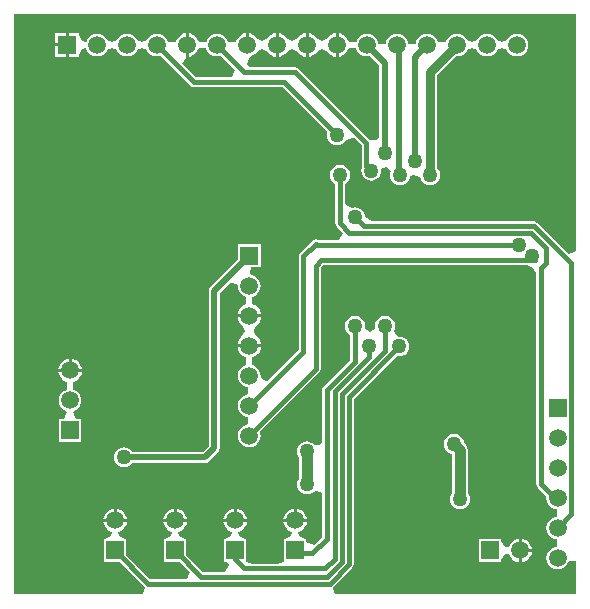
<source format=gbl>
G04 Layer_Physical_Order=2*
G04 Layer_Color=16711680*
%FSAX24Y24*%
%MOIN*%
G70*
G01*
G75*
%ADD10C,0.0100*%
%ADD11C,0.0150*%
%ADD26C,0.0200*%
%ADD28C,0.0300*%
%ADD29C,0.0350*%
%ADD30C,0.0591*%
%ADD31R,0.0591X0.0591*%
%ADD32R,0.0591X0.0591*%
%ADD33C,0.0500*%
G36*
X052867Y048990D02*
X052617Y048886D01*
X051572Y049932D01*
X051520Y049966D01*
X051460Y049978D01*
X046063D01*
X045833Y050107D01*
X045822Y050194D01*
X045788Y050274D01*
X045735Y050343D01*
X045666Y050396D01*
X045586Y050429D01*
X045500Y050440D01*
X045414Y050429D01*
X045408Y050427D01*
X045212Y050521D01*
X045158Y050576D01*
Y051223D01*
X045166Y051226D01*
X045235Y051279D01*
X045288Y051348D01*
X045322Y051428D01*
X045333Y051515D01*
X045322Y051601D01*
X045288Y051681D01*
X045235Y051750D01*
X045166Y051803D01*
X045086Y051836D01*
X045000Y051847D01*
X044914Y051836D01*
X044834Y051803D01*
X044765Y051750D01*
X044712Y051681D01*
X044678Y051601D01*
X044667Y051515D01*
X044678Y051428D01*
X044712Y051348D01*
X044765Y051279D01*
X044834Y051226D01*
X044842Y051223D01*
Y049900D01*
X044854Y049840D01*
X044888Y049788D01*
X045083Y049593D01*
X044980Y049343D01*
X044270D01*
X044250Y049356D01*
X044190Y049368D01*
X044130Y049356D01*
X044078Y049322D01*
X043668Y048912D01*
X043634Y048860D01*
X043622Y048800D01*
Y045697D01*
X042571Y044646D01*
X042458Y044686D01*
X042346Y044775D01*
X042353Y044826D01*
X042340Y044924D01*
X042302Y045015D01*
X042242Y045094D01*
X042163Y045154D01*
X042117Y045173D01*
X042072Y045192D01*
X042077Y045441D01*
X042173Y045481D01*
X042256Y045544D01*
X042319Y045627D01*
X042359Y045723D01*
X042366Y045776D01*
X041582D01*
X041589Y045723D01*
X041629Y045627D01*
X041692Y045544D01*
X041775Y045481D01*
X041832Y045457D01*
X041871Y045441D01*
X041876Y045192D01*
X041785Y045154D01*
X041706Y045094D01*
X041646Y045015D01*
X041608Y044924D01*
X041596Y044826D01*
X041608Y044728D01*
X041646Y044637D01*
X041706Y044558D01*
X041785Y044498D01*
X041876Y044460D01*
X041939Y044452D01*
Y044200D01*
X041876Y044192D01*
X041785Y044154D01*
X041706Y044094D01*
X041646Y044015D01*
X041608Y043924D01*
X041596Y043826D01*
X041608Y043728D01*
X041646Y043637D01*
X041706Y043558D01*
X041785Y043498D01*
X041876Y043460D01*
X041939Y043452D01*
Y043200D01*
X041876Y043192D01*
X041785Y043154D01*
X041706Y043094D01*
X041646Y043015D01*
X041608Y042924D01*
X041596Y042826D01*
X041608Y042728D01*
X041646Y042637D01*
X041706Y042558D01*
X041785Y042498D01*
X041876Y042460D01*
X041974Y042447D01*
X042072Y042460D01*
X042163Y042498D01*
X042242Y042558D01*
X042302Y042637D01*
X042340Y042728D01*
X042353Y042826D01*
X042340Y042924D01*
X042327Y042955D01*
X044312Y044940D01*
X044346Y044991D01*
X044358Y045052D01*
Y048425D01*
X044445Y048512D01*
X051233D01*
X051234Y048512D01*
X051314Y048478D01*
X051411Y048451D01*
X051542Y048244D01*
Y041200D01*
X051554Y041140D01*
X051588Y041088D01*
X051878Y040799D01*
X051871Y040750D01*
X051884Y040652D01*
X051922Y040561D01*
X051982Y040482D01*
X052061Y040422D01*
X052152Y040384D01*
X052215Y040376D01*
Y040124D01*
X052152Y040116D01*
X052061Y040078D01*
X051982Y040018D01*
X051922Y039939D01*
X051884Y039848D01*
X051871Y039750D01*
X051884Y039652D01*
X051922Y039561D01*
X051982Y039482D01*
X052061Y039422D01*
X052152Y039384D01*
X052215Y039376D01*
Y039124D01*
X052152Y039116D01*
X052061Y039078D01*
X051982Y039018D01*
X051922Y038939D01*
X051884Y038848D01*
X051871Y038750D01*
X051884Y038652D01*
X051922Y038561D01*
X051982Y038482D01*
X052061Y038422D01*
X052152Y038384D01*
X052250Y038371D01*
X052348Y038384D01*
X052439Y038422D01*
X052518Y038482D01*
X052578Y038561D01*
X052616Y038652D01*
X052617Y038666D01*
X052867Y038650D01*
Y037533D01*
X044835D01*
X044770Y037761D01*
X044770Y037783D01*
X045412Y038425D01*
X045446Y038476D01*
X045458Y038536D01*
Y044055D01*
X046885Y045482D01*
X046894Y045478D01*
X046980Y045467D01*
X047066Y045478D01*
X047146Y045512D01*
X047215Y045565D01*
X047268Y045634D01*
X047302Y045714D01*
X047313Y045800D01*
X047302Y045886D01*
X047268Y045966D01*
X047215Y046035D01*
X047146Y046088D01*
X047066Y046122D01*
X046980Y046133D01*
X046958Y046130D01*
X046837Y046265D01*
X046802Y046352D01*
X046822Y046399D01*
X046833Y046485D01*
X046822Y046572D01*
X046788Y046652D01*
X046735Y046721D01*
X046666Y046774D01*
X046586Y046807D01*
X046500Y046818D01*
X046414Y046807D01*
X046334Y046774D01*
X046265Y046721D01*
X046212Y046652D01*
X046178Y046572D01*
X046167Y046485D01*
X046175Y046422D01*
X046082Y046342D01*
X045994Y046289D01*
X045891Y046355D01*
X045823Y046410D01*
X045833Y046485D01*
X045822Y046572D01*
X045788Y046652D01*
X045735Y046721D01*
X045666Y046774D01*
X045586Y046807D01*
X045500Y046818D01*
X045414Y046807D01*
X045334Y046774D01*
X045265Y046721D01*
X045212Y046652D01*
X045178Y046572D01*
X045167Y046485D01*
X045178Y046399D01*
X045212Y046319D01*
X045265Y046250D01*
X045334Y046197D01*
X045342Y046194D01*
Y045361D01*
X044448Y044468D01*
X044414Y044416D01*
X044402Y044356D01*
Y042573D01*
X044303Y042525D01*
X044152Y042506D01*
X044129Y042535D01*
X044060Y042588D01*
X043980Y042622D01*
X043894Y042633D01*
X043808Y042622D01*
X043727Y042588D01*
X043658Y042535D01*
X043605Y042466D01*
X043572Y042386D01*
X043561Y042300D01*
X043572Y042214D01*
X043605Y042134D01*
X043634Y042097D01*
Y041395D01*
X043612Y041366D01*
X043578Y041286D01*
X043567Y041200D01*
X043578Y041114D01*
X043612Y041034D01*
X043665Y040965D01*
X043734Y040912D01*
X043814Y040878D01*
X043900Y040867D01*
X043986Y040878D01*
X044066Y040912D01*
X044135Y040965D01*
X044152Y040986D01*
X044348Y040949D01*
X044402Y040921D01*
Y039464D01*
X044125Y039188D01*
X043875Y039291D01*
Y039375D01*
X043829D01*
X043627Y039491D01*
X043603Y039615D01*
X043630Y039626D01*
X043699Y039655D01*
X043782Y039718D01*
X043845Y039801D01*
X043885Y039897D01*
X043892Y039950D01*
X043108D01*
X043115Y039897D01*
X043155Y039801D01*
X043218Y039718D01*
X043301Y039655D01*
X043370Y039626D01*
X043397Y039615D01*
X043373Y039491D01*
X043171Y039375D01*
X043125D01*
Y038625D01*
X042902Y038558D01*
X042098D01*
X041875Y038625D01*
Y039375D01*
X041829D01*
X041627Y039491D01*
X041603Y039615D01*
X041630Y039626D01*
X041699Y039655D01*
X041782Y039718D01*
X041845Y039801D01*
X041885Y039897D01*
X041892Y039950D01*
X041108D01*
X041115Y039897D01*
X041155Y039801D01*
X041218Y039718D01*
X041301Y039655D01*
X041370Y039626D01*
X041397Y039615D01*
X041373Y039491D01*
X041171Y039375D01*
X041125D01*
Y038625D01*
X041219D01*
X041287Y038528D01*
X041159Y038278D01*
X040445D01*
X039875Y038848D01*
Y039375D01*
X039829D01*
X039627Y039491D01*
X039603Y039615D01*
X039630Y039626D01*
X039699Y039655D01*
X039782Y039718D01*
X039845Y039801D01*
X039885Y039897D01*
X039892Y039950D01*
X039108D01*
X039115Y039897D01*
X039155Y039801D01*
X039218Y039718D01*
X039301Y039655D01*
X039370Y039626D01*
X039397Y039615D01*
X039373Y039491D01*
X039171Y039375D01*
X039125D01*
Y038625D01*
X039652D01*
X039997Y038279D01*
X039902Y038048D01*
X038675D01*
X037875Y038848D01*
Y039375D01*
X037829D01*
X037627Y039491D01*
X037603Y039615D01*
X037630Y039626D01*
X037699Y039655D01*
X037782Y039718D01*
X037845Y039801D01*
X037885Y039897D01*
X037892Y039950D01*
X037108D01*
X037115Y039897D01*
X037155Y039801D01*
X037218Y039718D01*
X037301Y039655D01*
X037370Y039626D01*
X037397Y039615D01*
X037373Y039491D01*
X037171Y039375D01*
X037125D01*
Y038625D01*
X037652D01*
X038494Y037783D01*
X038493Y037761D01*
X038429Y037533D01*
X034133D01*
Y056867D01*
X052867D01*
Y048990D01*
D02*
G37*
%LPC*%
G36*
X041450Y040392D02*
X041397Y040385D01*
X041301Y040345D01*
X041218Y040282D01*
X041155Y040199D01*
X041115Y040103D01*
X041108Y040050D01*
X041450D01*
Y040392D01*
D02*
G37*
G36*
X039550D02*
Y040050D01*
X039892D01*
X039885Y040103D01*
X039845Y040199D01*
X039782Y040282D01*
X039699Y040345D01*
X039603Y040385D01*
X039550Y040392D01*
D02*
G37*
G36*
X041550D02*
Y040050D01*
X041892D01*
X041885Y040103D01*
X041845Y040199D01*
X041782Y040282D01*
X041699Y040345D01*
X041603Y040385D01*
X041550Y040392D01*
D02*
G37*
G36*
X043550D02*
Y040050D01*
X043892D01*
X043885Y040103D01*
X043845Y040199D01*
X043782Y040282D01*
X043699Y040345D01*
X043603Y040385D01*
X043550Y040392D01*
D02*
G37*
G36*
X043450D02*
X043397Y040385D01*
X043301Y040345D01*
X043218Y040282D01*
X043155Y040199D01*
X043115Y040103D01*
X043108Y040050D01*
X043450D01*
Y040392D01*
D02*
G37*
G36*
X039450D02*
X039397Y040385D01*
X039301Y040345D01*
X039218Y040282D01*
X039155Y040199D01*
X039115Y040103D01*
X039108Y040050D01*
X039450D01*
Y040392D01*
D02*
G37*
G36*
X050950Y039392D02*
X050897Y039385D01*
X050801Y039345D01*
X050718Y039282D01*
X050655Y039199D01*
X050626Y039130D01*
X050615Y039103D01*
X050491Y039127D01*
X050375Y039329D01*
Y039375D01*
X049625D01*
Y038625D01*
X050375D01*
Y038671D01*
X050491Y038873D01*
X050615Y038897D01*
X050626Y038870D01*
X050655Y038801D01*
X050718Y038718D01*
X050801Y038655D01*
X050897Y038615D01*
X050950Y038608D01*
Y039000D01*
Y039392D01*
D02*
G37*
G36*
X051050D02*
Y039050D01*
X051392D01*
X051385Y039103D01*
X051345Y039199D01*
X051282Y039282D01*
X051199Y039345D01*
X051103Y039385D01*
X051050Y039392D01*
D02*
G37*
G36*
X037450Y040392D02*
X037397Y040385D01*
X037301Y040345D01*
X037218Y040282D01*
X037155Y040199D01*
X037115Y040103D01*
X037108Y040050D01*
X037450D01*
Y040392D01*
D02*
G37*
G36*
X051392Y038950D02*
X051050D01*
Y038608D01*
X051103Y038615D01*
X051199Y038655D01*
X051282Y038718D01*
X051345Y038801D01*
X051385Y038897D01*
X051392Y038950D01*
D02*
G37*
G36*
X037550Y040392D02*
Y040050D01*
X037892D01*
X037885Y040103D01*
X037845Y040199D01*
X037782Y040282D01*
X037699Y040345D01*
X037603Y040385D01*
X037550Y040392D01*
D02*
G37*
G36*
X036295Y056245D02*
X035950D01*
Y055850D01*
Y055455D01*
X036295D01*
Y055510D01*
X036387Y055723D01*
X036387Y055723D01*
Y055723D01*
X036534Y055752D01*
X036572Y055661D01*
X036632Y055582D01*
X036711Y055522D01*
X036802Y055484D01*
X036900Y055471D01*
X036998Y055484D01*
X037089Y055522D01*
X037168Y055582D01*
X037224Y055656D01*
X037228Y055661D01*
X037228Y055661D01*
X037238Y055685D01*
X037246Y055699D01*
X037400Y055747D01*
X037554Y055699D01*
X037562Y055685D01*
X037572Y055661D01*
X037572Y055661D01*
X037576Y055656D01*
X037632Y055582D01*
X037711Y055522D01*
X037802Y055484D01*
X037900Y055471D01*
X037998Y055484D01*
X038089Y055522D01*
X038168Y055582D01*
X038224Y055656D01*
X038228Y055661D01*
X038228Y055661D01*
X038238Y055685D01*
X038246Y055699D01*
X038400Y055747D01*
X038554Y055699D01*
X038562Y055685D01*
X038572Y055661D01*
X038572Y055661D01*
X038576Y055656D01*
X038632Y055582D01*
X038711Y055522D01*
X038802Y055484D01*
X038900Y055471D01*
X038998Y055484D01*
X039029Y055497D01*
X040028Y054498D01*
X040080Y054464D01*
X040140Y054452D01*
X043075D01*
X044582Y052945D01*
X044578Y052936D01*
X044567Y052850D01*
X044578Y052764D01*
X044612Y052684D01*
X044665Y052615D01*
X044734Y052562D01*
X044814Y052528D01*
X044900Y052517D01*
X044986Y052528D01*
X045066Y052562D01*
X045135Y052615D01*
X045188Y052684D01*
X045192Y052691D01*
X045394Y052763D01*
X045474Y052763D01*
X045722Y052515D01*
Y051820D01*
X045731Y051776D01*
X045718Y051746D01*
X045707Y051660D01*
X045718Y051574D01*
X045752Y051494D01*
X045805Y051425D01*
X045874Y051372D01*
X045954Y051338D01*
X046040Y051327D01*
X046126Y051338D01*
X046206Y051372D01*
X046275Y051425D01*
X046328Y051494D01*
X046362Y051574D01*
X046373Y051660D01*
X046369Y051692D01*
X046398Y051749D01*
X046580Y051776D01*
X046682Y051609D01*
X046678Y051601D01*
X046667Y051515D01*
X046678Y051428D01*
X046712Y051348D01*
X046765Y051279D01*
X046834Y051226D01*
X046914Y051193D01*
X047000Y051182D01*
X047086Y051193D01*
X047166Y051226D01*
X047235Y051279D01*
X047288Y051348D01*
X047317Y051418D01*
X047322Y051428D01*
X047339Y051470D01*
X047439Y051515D01*
X047552Y051474D01*
X047683Y051418D01*
X047712Y051348D01*
X047765Y051279D01*
X047834Y051226D01*
X047914Y051193D01*
X048000Y051182D01*
X048086Y051193D01*
X048166Y051226D01*
X048235Y051279D01*
X048288Y051348D01*
X048322Y051428D01*
X048333Y051515D01*
X048322Y051601D01*
X048288Y051681D01*
X048235Y051750D01*
X048235Y051751D01*
Y054853D01*
X048859Y055477D01*
X048900Y055471D01*
X048998Y055484D01*
X049089Y055522D01*
X049168Y055582D01*
X049224Y055656D01*
X049228Y055661D01*
X049228Y055661D01*
X049238Y055685D01*
X049246Y055699D01*
X049400Y055747D01*
X049554Y055699D01*
X049562Y055685D01*
X049572Y055661D01*
X049572Y055661D01*
X049576Y055656D01*
X049632Y055582D01*
X049711Y055522D01*
X049802Y055484D01*
X049900Y055471D01*
X049998Y055484D01*
X050089Y055522D01*
X050168Y055582D01*
X050224Y055656D01*
X050228Y055661D01*
X050228Y055661D01*
X050238Y055685D01*
X050246Y055699D01*
X050400Y055747D01*
X050554Y055699D01*
X050562Y055685D01*
X050572Y055661D01*
X050572Y055661D01*
X050576Y055656D01*
X050632Y055582D01*
X050711Y055522D01*
X050802Y055484D01*
X050900Y055471D01*
X050998Y055484D01*
X051089Y055522D01*
X051168Y055582D01*
X051228Y055661D01*
X051266Y055752D01*
X051279Y055850D01*
X051266Y055948D01*
X051228Y056039D01*
X051168Y056118D01*
X051089Y056178D01*
X050998Y056216D01*
X050900Y056229D01*
X050802Y056216D01*
X050711Y056178D01*
X050632Y056118D01*
X050576Y056044D01*
X050572Y056039D01*
X050572Y056039D01*
X050562Y056015D01*
X050554Y056001D01*
X050400Y055953D01*
X050246Y056001D01*
X050238Y056015D01*
X050228Y056039D01*
X050228Y056039D01*
X050224Y056044D01*
X050168Y056118D01*
X050089Y056178D01*
X049998Y056216D01*
X049900Y056229D01*
X049802Y056216D01*
X049711Y056178D01*
X049632Y056118D01*
X049576Y056044D01*
X049572Y056039D01*
X049572Y056039D01*
X049562Y056015D01*
X049554Y056001D01*
X049400Y055953D01*
X049246Y056001D01*
X049238Y056015D01*
X049228Y056039D01*
X049228Y056039D01*
X049224Y056044D01*
X049168Y056118D01*
X049089Y056178D01*
X048998Y056216D01*
X048900Y056229D01*
X048802Y056216D01*
X048711Y056178D01*
X048632Y056118D01*
X048572Y056039D01*
X048542Y055965D01*
X048517Y055957D01*
X048266Y055948D01*
X048228Y056039D01*
X048168Y056118D01*
X048089Y056178D01*
X047998Y056216D01*
X047900Y056229D01*
X047802Y056216D01*
X047711Y056178D01*
X047632Y056118D01*
X047572Y056039D01*
X047534Y055948D01*
X047526Y055885D01*
X047274D01*
X047266Y055948D01*
X047228Y056039D01*
X047168Y056118D01*
X047089Y056178D01*
X046998Y056216D01*
X046900Y056229D01*
X046802Y056216D01*
X046711Y056178D01*
X046632Y056118D01*
X046572Y056039D01*
X046534Y055948D01*
X046526Y055885D01*
X046274D01*
X046266Y055948D01*
X046228Y056039D01*
X046168Y056118D01*
X046089Y056178D01*
X045998Y056216D01*
X045900Y056229D01*
X045802Y056216D01*
X045711Y056178D01*
X045632Y056118D01*
X045572Y056039D01*
X045553Y055993D01*
X045534Y055948D01*
X045285Y055953D01*
X045245Y056049D01*
X045182Y056132D01*
X045099Y056195D01*
X045003Y056235D01*
X044950Y056242D01*
Y055850D01*
Y055458D01*
X045003Y055465D01*
X045099Y055505D01*
X045182Y055568D01*
X045245Y055651D01*
X045269Y055708D01*
X045285Y055747D01*
X045534Y055752D01*
X045572Y055661D01*
X045632Y055582D01*
X045711Y055522D01*
X045802Y055484D01*
X045900Y055471D01*
X045998Y055484D01*
X046004Y055487D01*
X046306Y055184D01*
Y052773D01*
X046258Y052709D01*
X046211Y052695D01*
X046001Y052677D01*
X045992Y052692D01*
X043622Y055062D01*
X043570Y055096D01*
X043510Y055108D01*
X041965D01*
X041892Y055210D01*
X041893Y055224D01*
X042003Y055465D01*
X042099Y055505D01*
X042178Y055565D01*
X042182Y055568D01*
X042275Y055649D01*
X042400Y055707D01*
X042525Y055649D01*
X042618Y055568D01*
X042622Y055565D01*
X042701Y055505D01*
X042797Y055465D01*
X042850Y055458D01*
Y055850D01*
Y056242D01*
X042797Y056235D01*
X042701Y056195D01*
X042622Y056135D01*
X042618Y056132D01*
X042525Y056051D01*
X042400Y055993D01*
X042275Y056051D01*
X042182Y056132D01*
X042178Y056135D01*
X042099Y056195D01*
X042003Y056235D01*
X041950Y056242D01*
Y055850D01*
X041850D01*
Y056242D01*
X041797Y056235D01*
X041701Y056195D01*
X041618Y056132D01*
X041555Y056049D01*
X041515Y055953D01*
X041266Y055948D01*
X041228Y056039D01*
X041168Y056118D01*
X041089Y056178D01*
X040998Y056216D01*
X040900Y056229D01*
X040802Y056216D01*
X040711Y056178D01*
X040632Y056118D01*
X040572Y056039D01*
X040553Y055993D01*
X040534Y055948D01*
X040285Y055953D01*
X040245Y056049D01*
X040182Y056132D01*
X040099Y056195D01*
X040003Y056235D01*
X039950Y056242D01*
Y055850D01*
Y055458D01*
X040003Y055465D01*
X040099Y055505D01*
X040182Y055568D01*
X040245Y055651D01*
X040269Y055708D01*
X040285Y055747D01*
X040534Y055752D01*
X040572Y055661D01*
X040632Y055582D01*
X040711Y055522D01*
X040802Y055484D01*
X040900Y055471D01*
X040998Y055484D01*
X041029Y055497D01*
X041508Y055018D01*
X041405Y054768D01*
X040205D01*
X039746Y055228D01*
X039850Y055415D01*
Y055850D01*
Y056242D01*
X039797Y056235D01*
X039701Y056195D01*
X039618Y056132D01*
X039555Y056049D01*
X039515Y055953D01*
X039266Y055948D01*
X039228Y056039D01*
X039168Y056118D01*
X039089Y056178D01*
X038998Y056216D01*
X038900Y056229D01*
X038802Y056216D01*
X038711Y056178D01*
X038632Y056118D01*
X038576Y056044D01*
X038572Y056039D01*
X038572Y056039D01*
X038562Y056015D01*
X038554Y056001D01*
X038400Y055953D01*
X038246Y056001D01*
X038238Y056015D01*
X038228Y056039D01*
X038228Y056039D01*
X038224Y056044D01*
X038168Y056118D01*
X038089Y056178D01*
X037998Y056216D01*
X037900Y056229D01*
X037802Y056216D01*
X037711Y056178D01*
X037632Y056118D01*
X037576Y056044D01*
X037572Y056039D01*
X037572Y056039D01*
X037562Y056015D01*
X037554Y056001D01*
X037400Y055953D01*
X037246Y056001D01*
X037238Y056015D01*
X037228Y056039D01*
X037228Y056039D01*
X037224Y056044D01*
X037168Y056118D01*
X037089Y056178D01*
X036998Y056216D01*
X036900Y056229D01*
X036802Y056216D01*
X036711Y056178D01*
X036632Y056118D01*
X036572Y056039D01*
X036550Y055984D01*
X036534Y055948D01*
X036387Y055977D01*
Y055977D01*
X036387Y055977D01*
X036295Y056190D01*
Y056245D01*
D02*
G37*
G36*
X035850Y055800D02*
X035505D01*
Y055455D01*
X035850D01*
Y055800D01*
D02*
G37*
G36*
Y056245D02*
X035505D01*
Y055900D01*
X035850D01*
Y056245D01*
D02*
G37*
G36*
X044850Y056242D02*
X044797Y056235D01*
X044701Y056195D01*
X044622Y056135D01*
X044618Y056132D01*
X044525Y056051D01*
X044400Y055993D01*
X044275Y056051D01*
X044182Y056132D01*
X044178Y056135D01*
X044099Y056195D01*
X044003Y056235D01*
X043950Y056242D01*
Y055850D01*
Y055458D01*
X044003Y055465D01*
X044099Y055505D01*
X044178Y055565D01*
X044182Y055568D01*
X044275Y055649D01*
X044400Y055707D01*
X044525Y055649D01*
X044618Y055568D01*
X044622Y055565D01*
X044701Y055505D01*
X044797Y055465D01*
X044850Y055458D01*
Y055850D01*
Y056242D01*
D02*
G37*
G36*
X043850D02*
X043797Y056235D01*
X043701Y056195D01*
X043622Y056135D01*
X043618Y056132D01*
X043525Y056051D01*
X043400Y055993D01*
X043275Y056051D01*
X043182Y056132D01*
X043178Y056135D01*
X043099Y056195D01*
X043003Y056235D01*
X042950Y056242D01*
Y055850D01*
Y055458D01*
X043003Y055465D01*
X043099Y055505D01*
X043178Y055565D01*
X043182Y055568D01*
X043275Y055649D01*
X043400Y055707D01*
X043525Y055649D01*
X043618Y055568D01*
X043622Y055565D01*
X043701Y055505D01*
X043797Y055465D01*
X043850Y055458D01*
Y055850D01*
Y056242D01*
D02*
G37*
G36*
X042349Y049201D02*
X041599D01*
Y048710D01*
X040670Y047782D01*
X040630Y047722D01*
X040616Y047652D01*
Y042476D01*
X040424Y042284D01*
X038075D01*
X038035Y042335D01*
X037966Y042388D01*
X037886Y042422D01*
X037800Y042433D01*
X037714Y042422D01*
X037634Y042388D01*
X037565Y042335D01*
X037512Y042266D01*
X037478Y042186D01*
X037467Y042100D01*
X037478Y042014D01*
X037512Y041934D01*
X037565Y041865D01*
X037634Y041812D01*
X037714Y041778D01*
X037800Y041767D01*
X037886Y041778D01*
X037966Y041812D01*
X038035Y041865D01*
X038075Y041916D01*
X040500D01*
X040570Y041930D01*
X040630Y041970D01*
X040930Y042270D01*
X040970Y042330D01*
X040984Y042400D01*
Y047576D01*
X041360Y047952D01*
X041597Y047836D01*
X041596Y047826D01*
X041608Y047728D01*
X041646Y047637D01*
X041706Y047558D01*
X041785Y047498D01*
X041831Y047479D01*
X041876Y047460D01*
X041871Y047211D01*
X041775Y047171D01*
X041692Y047108D01*
X041629Y047025D01*
X041589Y046929D01*
X041582Y046876D01*
X042366D01*
X042359Y046929D01*
X042319Y047025D01*
X042256Y047108D01*
X042173Y047171D01*
X042116Y047195D01*
X042077Y047211D01*
X042072Y047460D01*
X042163Y047498D01*
X042242Y047558D01*
X042302Y047637D01*
X042340Y047728D01*
X042353Y047826D01*
X042340Y047924D01*
X042302Y048015D01*
X042242Y048094D01*
X042163Y048154D01*
X042072Y048192D01*
X042003Y048201D01*
X042019Y048451D01*
X042349D01*
Y049201D01*
D02*
G37*
G36*
X036392Y044950D02*
X035608D01*
X035615Y044897D01*
X035655Y044801D01*
X035718Y044718D01*
X035801Y044655D01*
X035858Y044631D01*
X035897Y044615D01*
X035902Y044366D01*
X035811Y044328D01*
X035732Y044268D01*
X035672Y044189D01*
X035634Y044098D01*
X035621Y044000D01*
X035634Y043902D01*
X035672Y043811D01*
X035732Y043732D01*
X035803Y043678D01*
X035811Y043672D01*
X035811Y043672D01*
X035902Y043634D01*
X035909Y043625D01*
X035902Y043634D01*
X035830Y043664D01*
X035907Y043620D01*
X035804Y043375D01*
X035625D01*
Y042625D01*
X036375D01*
Y043375D01*
X036196D01*
X036093Y043620D01*
X036170Y043664D01*
X036098Y043634D01*
X036091Y043625D01*
X036098Y043634D01*
X036189Y043672D01*
X036189Y043672D01*
X036197Y043678D01*
X036268Y043732D01*
X036328Y043811D01*
X036366Y043902D01*
X036379Y044000D01*
X036366Y044098D01*
X036328Y044189D01*
X036268Y044268D01*
X036189Y044328D01*
X036143Y044347D01*
X036098Y044366D01*
X036103Y044615D01*
X036199Y044655D01*
X036282Y044718D01*
X036345Y044801D01*
X036385Y044897D01*
X036392Y044950D01*
D02*
G37*
G36*
X048800Y042883D02*
X048714Y042872D01*
X048634Y042839D01*
X048565Y042786D01*
X048512Y042717D01*
X048478Y042636D01*
X048467Y042550D01*
X048478Y042464D01*
X048512Y042384D01*
X048565Y042315D01*
X048634Y042262D01*
X048714Y042229D01*
X048740Y042225D01*
Y040903D01*
X048712Y040866D01*
X048678Y040786D01*
X048667Y040700D01*
X048678Y040614D01*
X048712Y040534D01*
X048765Y040465D01*
X048834Y040412D01*
X048914Y040378D01*
X049000Y040367D01*
X049086Y040378D01*
X049166Y040412D01*
X049235Y040465D01*
X049288Y040534D01*
X049322Y040614D01*
X049333Y040700D01*
X049322Y040786D01*
X049288Y040866D01*
X049260Y040903D01*
Y042350D01*
X049240Y042450D01*
X049184Y042534D01*
X049128Y042590D01*
X049122Y042636D01*
X049088Y042717D01*
X049035Y042786D01*
X048966Y042839D01*
X048886Y042872D01*
X048800Y042883D01*
D02*
G37*
G36*
X035950Y045392D02*
X035897Y045385D01*
X035801Y045345D01*
X035718Y045282D01*
X035655Y045199D01*
X035615Y045103D01*
X035608Y045050D01*
X035950D01*
Y045392D01*
D02*
G37*
G36*
X042366Y046776D02*
X041582D01*
X041589Y046723D01*
X041629Y046627D01*
X041689Y046548D01*
X041692Y046544D01*
X041773Y046451D01*
X041831Y046326D01*
X041773Y046201D01*
X041692Y046108D01*
X041689Y046104D01*
X041629Y046025D01*
X041589Y045929D01*
X041582Y045876D01*
X042366D01*
X042359Y045929D01*
X042319Y046025D01*
X042259Y046104D01*
X042256Y046108D01*
X042175Y046201D01*
X042117Y046326D01*
X042175Y046451D01*
X042256Y046544D01*
X042259Y046548D01*
X042319Y046627D01*
X042359Y046723D01*
X042366Y046776D01*
D02*
G37*
G36*
X036050Y045392D02*
Y045050D01*
X036392D01*
X036385Y045103D01*
X036345Y045199D01*
X036282Y045282D01*
X036199Y045345D01*
X036103Y045385D01*
X036050Y045392D01*
D02*
G37*
%LPD*%
D10*
X044190Y049210D02*
X044215Y049185D01*
X044900Y052790D02*
Y052850D01*
X051490Y048670D02*
X051510Y048690D01*
X045880Y051820D02*
X046040Y051660D01*
X040900Y055790D02*
Y055850D01*
D11*
X051700Y041200D02*
Y048413D01*
Y041200D02*
X052000Y040900D01*
X052100D01*
X052250Y040750D01*
X045300Y044120D02*
X046980Y045800D01*
X045980Y045451D02*
Y045820D01*
X045310Y049590D02*
X051365D01*
X045000Y049900D02*
X045310Y049590D01*
X045000Y049900D02*
Y051515D01*
X052250Y039750D02*
X052700Y040200D01*
Y043391D02*
Y048580D01*
Y040200D02*
Y040937D01*
X052700Y042937D02*
Y043390D01*
Y042937D02*
X052700Y042937D01*
Y042563D02*
Y042937D01*
X052700Y042563D02*
X052700Y042563D01*
X052700Y041937D02*
Y042563D01*
Y040937D02*
Y041563D01*
Y040937D02*
X052700Y040937D01*
X052700Y043390D02*
X052700Y043391D01*
X052700Y041937D02*
X052700Y041937D01*
Y041563D02*
Y041937D01*
X052700Y041563D02*
X052700Y041563D01*
X051460Y049820D02*
X052700Y048580D01*
X045787Y049820D02*
X051460D01*
X045500Y050107D02*
X045787Y049820D01*
X051365Y049590D02*
X051880Y049075D01*
Y048593D02*
Y049075D01*
X044215Y049185D02*
X050965D01*
X051700Y048413D02*
X051880Y048593D01*
X045500Y045296D02*
Y046485D01*
X044560Y044356D02*
X045500Y045296D01*
X044840Y044311D02*
X045980Y045451D01*
X045070Y044215D02*
X046500Y045645D01*
X045300Y038536D02*
Y044120D01*
X046500Y045645D02*
Y046485D01*
X044560Y039399D02*
Y044356D01*
X037500Y039000D02*
X038610Y037890D01*
X044654D01*
X044840Y038727D02*
Y044311D01*
X044513Y038400D02*
X044840Y038727D01*
X041800Y038400D02*
X044513D01*
X045070Y038632D02*
Y044215D01*
X044558Y038120D02*
X045070Y038632D01*
X040380Y038120D02*
X044558D01*
X044654Y037890D02*
X045300Y038536D01*
X044061Y038900D02*
X044560Y039399D01*
X041974Y042826D02*
X044200Y045052D01*
Y048490D01*
X044380Y048670D01*
X051490D01*
X038900Y055850D02*
X040140Y054610D01*
X041800Y054950D02*
X043510D01*
X045880Y052580D01*
Y051820D02*
Y052580D01*
X041974Y043826D02*
X043780Y045632D01*
Y048800D01*
X044190Y049210D01*
X043140Y054610D02*
X044900Y052850D01*
X040140Y054610D02*
X043140D01*
X040900Y055850D02*
X041800Y054950D01*
X043500Y039000D02*
X043600Y038900D01*
X041500Y038700D02*
Y039000D01*
X039500D02*
X040380Y038120D01*
X043600Y038900D02*
X044061D01*
X041500Y038700D02*
X041800Y038400D01*
D26*
X046970Y051515D02*
Y055780D01*
X047500Y051970D02*
Y055410D01*
X047520Y055430D01*
X047500Y055450D02*
X047520Y055430D01*
X046970Y051515D02*
X047000D01*
X046490Y052260D02*
Y055240D01*
X046500Y055250D01*
X045900Y055850D02*
X046500Y055250D01*
X047500Y055450D02*
X047900Y055850D01*
X040800Y047652D02*
X041974Y048826D01*
X037800Y042100D02*
X040500D01*
X040800Y042400D01*
Y047652D01*
D28*
X048000Y051515D02*
Y054950D01*
X048900Y055850D01*
X046900D02*
X046970Y055780D01*
D29*
X048800Y042550D02*
X049000Y042350D01*
Y040700D02*
Y042350D01*
X043894Y041206D02*
Y042300D01*
Y041206D02*
X043900Y041200D01*
D30*
X043500Y040000D02*
D03*
X041500D02*
D03*
X039500D02*
D03*
X037500D02*
D03*
X052250Y042750D02*
D03*
Y041750D02*
D03*
Y040750D02*
D03*
Y039750D02*
D03*
Y038750D02*
D03*
X051000Y039000D02*
D03*
X041974Y046826D02*
D03*
Y047826D02*
D03*
Y045826D02*
D03*
Y044826D02*
D03*
Y043826D02*
D03*
Y042826D02*
D03*
X036000Y045000D02*
D03*
Y044000D02*
D03*
X036900Y055850D02*
D03*
X037900D02*
D03*
X038900D02*
D03*
X039900D02*
D03*
X040900D02*
D03*
X041900D02*
D03*
X042900D02*
D03*
X043900D02*
D03*
X044900D02*
D03*
X045900D02*
D03*
X046900D02*
D03*
X047900D02*
D03*
X048900D02*
D03*
X049900D02*
D03*
X050900D02*
D03*
D31*
X043500Y039000D02*
D03*
X041500D02*
D03*
X039500D02*
D03*
X037500D02*
D03*
X052250Y043750D02*
D03*
X041974Y048826D02*
D03*
X036000Y043000D02*
D03*
D32*
X050000Y039000D02*
D03*
X035900Y055850D02*
D03*
D33*
X035200Y037900D02*
D03*
X034500Y038600D02*
D03*
Y037900D02*
D03*
X046980Y045800D02*
D03*
X045980Y045820D02*
D03*
X050000Y043600D02*
D03*
X040300Y051800D02*
D03*
X039100Y048100D02*
D03*
X050965Y049185D02*
D03*
X051400Y048800D02*
D03*
X050960Y051960D02*
D03*
X045500Y050107D02*
D03*
X045000Y051515D02*
D03*
X046040Y051660D02*
D03*
X048000Y051515D02*
D03*
X047500Y051970D02*
D03*
X047000Y051515D02*
D03*
X046490Y052260D02*
D03*
X049130Y053120D02*
D03*
X036050Y046150D02*
D03*
X045500Y046485D02*
D03*
X044900Y052850D02*
D03*
X046500Y046485D02*
D03*
X048110Y040850D02*
D03*
X048800Y042550D02*
D03*
X049000Y040700D02*
D03*
X043894Y042300D02*
D03*
X043900Y041200D02*
D03*
X037800Y042100D02*
D03*
X039230Y042750D02*
D03*
M02*

</source>
